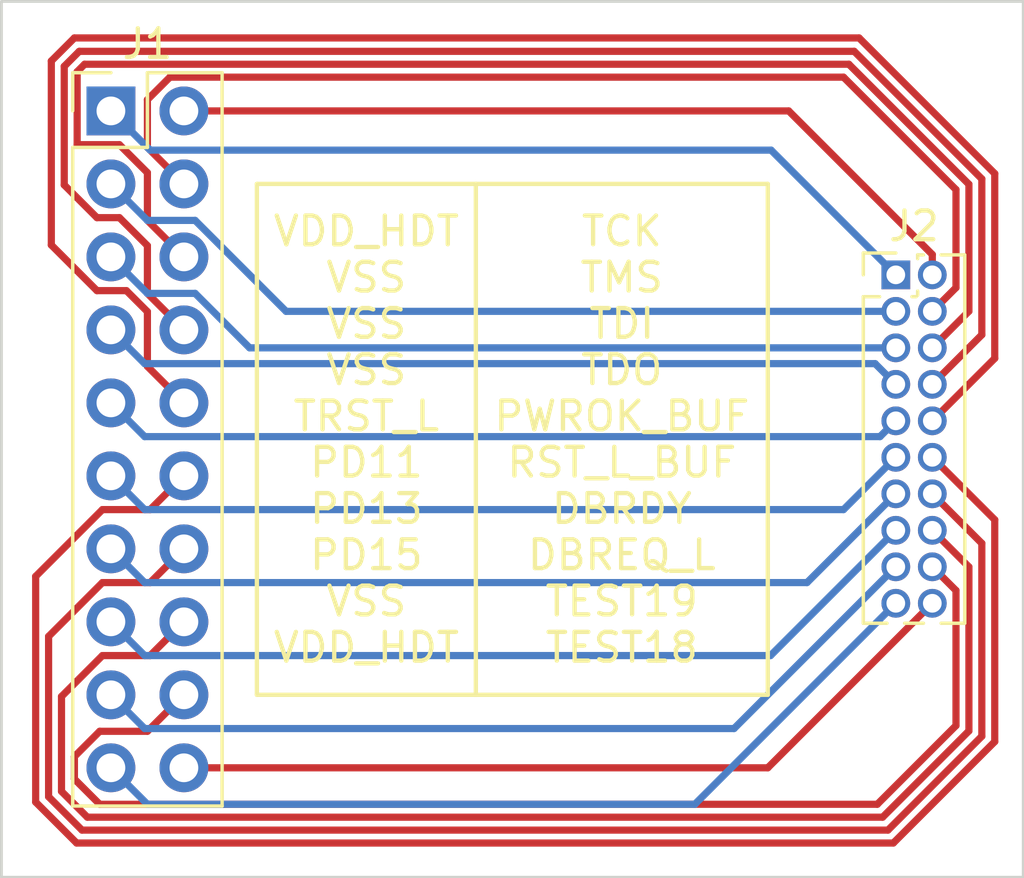
<source format=kicad_pcb>
(kicad_pcb (version 20211014) (generator pcbnew)
  (layers (0 "F.Cu" signal) (31 "B.Cu" signal) (34 "B.Paste" user) (35 "F.Paste" user) (36 "B.SilkS" user "B.Silkscreen") (37 "F.SilkS" user "F.Silkscreen") (38 "B.Mask" user) (39 "F.Mask" user) (44 "Edge.Cuts" user))
  (net 0 "")
  (net 1 "Net-(J1-Pad1)")
  (net 2 "Net-(J1-Pad2)")
  (net 3 "Net-(J1-Pad3)")
  (net 4 "Net-(J1-Pad4)")
  (net 5 "Net-(J1-Pad5)")
  (net 6 "Net-(J1-Pad6)")
  (net 7 "Net-(J1-Pad7)")
  (net 8 "Net-(J1-Pad8)")
  (net 9 "Net-(J1-Pad9)")
  (net 10 "Net-(J1-Pad10)")
  (net 11 "Net-(J1-Pad11)")
  (net 12 "Net-(J1-Pad12)")
  (net 13 "Net-(J1-Pad13)")
  (net 14 "Net-(J1-Pad14)")
  (net 15 "Net-(J1-Pad15)")
  (net 16 "Net-(J1-Pad16)")
  (net 17 "Net-(J1-Pad17)")
  (net 18 "Net-(J1-Pad18)")
  (net 19 "Net-(J1-Pad19)")
  (net 20 "Net-(J1-Pad20)")
  (footprint "Connector_PinHeader_2.54mm:PinHeader_2x10_P2.54mm_Vertical" (layer "F.Cu") (at 127 96.52)
    (fp_text reference "J1" (at 1.27 -2.33) (layer "F.SilkS"))
    (fp_text value "HDT+")
    (fp_line (start -1.33 1.27) (end 1.27 1.27) (layer "F.SilkS") (width 0.12))
    (fp_line (start 3.87 -1.33) (end 3.87 24.19) (layer "F.SilkS") (width 0.12))
    (fp_line (start -1.33 1.27) (end -1.33 24.19) (layer "F.SilkS") (width 0.12))
    (fp_line (start -1.33 24.19) (end 3.87 24.19) (layer "F.SilkS") (width 0.12))
    (fp_line (start -1.33 -1.33) (end 0 -1.33) (layer "F.SilkS") (width 0.12))
    (fp_line (start 1.27 1.27) (end 1.27 -1.33) (layer "F.SilkS") (width 0.12))
    (fp_line (start 1.27 -1.33) (end 3.87 -1.33) (layer "F.SilkS") (width 0.12))
    (fp_line (start -1.33 0) (end -1.33 -1.33) (layer "F.SilkS") (width 0.12))
    (pad "1" thru_hole rect (at 0 0) (size 1.7 1.7) (drill 1) (layers *.Cu *.Mask) (net 1 "Net-(J1-Pad1)"))
    (pad "2" thru_hole oval (at 2.54 0) (size 1.7 1.7) (drill 1) (layers *.Cu *.Mask) (net 2 "Net-(J1-Pad2)"))
    (pad "3" thru_hole oval (at 0 2.54) (size 1.7 1.7) (drill 1) (layers *.Cu *.Mask) (net 3 "Net-(J1-Pad3)"))
    (pad "4" thru_hole oval (at 2.54 2.54) (size 1.7 1.7) (drill 1) (layers *.Cu *.Mask) (net 4 "Net-(J1-Pad4)"))
    (pad "5" thru_hole oval (at 0 5.08) (size 1.7 1.7) (drill 1) (layers *.Cu *.Mask) (net 5 "Net-(J1-Pad5)"))
    (pad "6" thru_hole oval (at 2.54 5.08) (size 1.7 1.7) (drill 1) (layers *.Cu *.Mask) (net 6 "Net-(J1-Pad6)"))
    (pad "7" thru_hole oval (at 0 7.62) (size 1.7 1.7) (drill 1) (layers *.Cu *.Mask) (net 7 "Net-(J1-Pad7)"))
    (pad "8" thru_hole oval (at 2.54 7.62) (size 1.7 1.7) (drill 1) (layers *.Cu *.Mask) (net 8 "Net-(J1-Pad8)"))
    (pad "9" thru_hole oval (at 0 10.16) (size 1.7 1.7) (drill 1) (layers *.Cu *.Mask) (net 9 "Net-(J1-Pad9)"))
    (pad "10" thru_hole oval (at 2.54 10.16) (size 1.7 1.7) (drill 1) (layers *.Cu *.Mask) (net 10 "Net-(J1-Pad10)"))
    (pad "11" thru_hole oval (at 0 12.7) (size 1.7 1.7) (drill 1) (layers *.Cu *.Mask) (net 11 "Net-(J1-Pad11)"))
    (pad "12" thru_hole oval (at 2.54 12.7) (size 1.7 1.7) (drill 1) (layers *.Cu *.Mask) (net 12 "Net-(J1-Pad12)"))
    (pad "13" thru_hole oval (at 0 15.24) (size 1.7 1.7) (drill 1) (layers *.Cu *.Mask) (net 13 "Net-(J1-Pad13)"))
    (pad "14" thru_hole oval (at 2.54 15.24) (size 1.7 1.7) (drill 1) (layers *.Cu *.Mask) (net 14 "Net-(J1-Pad14)"))
    (pad "15" thru_hole oval (at 0 17.78) (size 1.7 1.7) (drill 1) (layers *.Cu *.Mask) (net 15 "Net-(J1-Pad15)"))
    (pad "16" thru_hole oval (at 2.54 17.78) (size 1.7 1.7) (drill 1) (layers *.Cu *.Mask) (net 16 "Net-(J1-Pad16)"))
    (pad "17" thru_hole oval (at 0 20.32) (size 1.7 1.7) (drill 1) (layers *.Cu *.Mask) (net 17 "Net-(J1-Pad17)"))
    (pad "18" thru_hole oval (at 2.54 20.32) (size 1.7 1.7) (drill 1) (layers *.Cu *.Mask) (net 18 "Net-(J1-Pad18)"))
    (pad "19" thru_hole oval (at 0 22.86) (size 1.7 1.7) (drill 1) (layers *.Cu *.Mask) (net 19 "Net-(J1-Pad19)"))
    (pad "20" thru_hole oval (at 2.54 22.86) (size 1.7 1.7) (drill 1) (layers *.Cu *.Mask) (net 20 "Net-(J1-Pad20)"))
  )
  (footprint "Connector_PinHeader_1.27mm:PinHeader_2x10_P1.27mm_Vertical" (layer "F.Cu") (at 154.315 102.225)
    (fp_text reference "J2" (at 0.635 -1.695) (layer "F.SilkS"))
    (fp_text value "HDT+")
    (fp_line (start -1.13 0.76) (end -0.563471 0.76) (layer "F.SilkS") (width 0.12))
    (fp_line (start 0.76 -0.695) (end 0.96247 -0.695) (layer "F.SilkS") (width 0.12))
    (fp_line (start 0.30753 12.125) (end 0.96247 12.125) (layer "F.SilkS") (width 0.12))
    (fp_line (start -1.13 0) (end -1.13 -0.76) (layer "F.SilkS") (width 0.12))
    (fp_line (start -1.13 -0.76) (end 0 -0.76) (layer "F.SilkS") (width 0.12))
    (fp_line (start 2.4 -0.695) (end 2.4 12.125) (layer "F.SilkS") (width 0.12))
    (fp_line (start 1.57753 -0.695) (end 2.4 -0.695) (layer "F.SilkS") (width 0.12))
    (fp_line (start 0.76 -0.563471) (end 0.76 -0.695) (layer "F.SilkS") (width 0.12))
    (fp_line (start -1.13 0.76) (end -1.13 12.125) (layer "F.SilkS") (width 0.12))
    (fp_line (start 0.76 0.706529) (end 0.76 0.563471) (layer "F.SilkS") (width 0.12))
    (fp_line (start -1.13 12.125) (end -0.30753 12.125) (layer "F.SilkS") (width 0.12))
    (fp_line (start 1.57753 12.125) (end 2.4 12.125) (layer "F.SilkS") (width 0.12))
    (fp_line (start 0.563471 0.76) (end 0.706529 0.76) (layer "F.SilkS") (width 0.12))
    (pad "1" thru_hole rect (at 0 0) (size 1 1) (drill 0.65) (layers *.Cu *.Mask) (net 1 "Net-(J1-Pad1)"))
    (pad "2" thru_hole oval (at 1.27 0) (size 1 1) (drill 0.65) (layers *.Cu *.Mask) (net 2 "Net-(J1-Pad2)"))
    (pad "3" thru_hole oval (at 0 1.27) (size 1 1) (drill 0.65) (layers *.Cu *.Mask) (net 3 "Net-(J1-Pad3)"))
    (pad "4" thru_hole oval (at 1.27 1.27) (size 1 1) (drill 0.65) (layers *.Cu *.Mask) (net 4 "Net-(J1-Pad4)"))
    (pad "5" thru_hole oval (at 0 2.54) (size 1 1) (drill 0.65) (layers *.Cu *.Mask) (net 5 "Net-(J1-Pad5)"))
    (pad "6" thru_hole oval (at 1.27 2.54) (size 1 1) (drill 0.65) (layers *.Cu *.Mask) (net 6 "Net-(J1-Pad6)"))
    (pad "7" thru_hole oval (at 0 3.81) (size 1 1) (drill 0.65) (layers *.Cu *.Mask) (net 7 "Net-(J1-Pad7)"))
    (pad "8" thru_hole oval (at 1.27 3.81) (size 1 1) (drill 0.65) (layers *.Cu *.Mask) (net 8 "Net-(J1-Pad8)"))
    (pad "9" thru_hole oval (at 0 5.08) (size 1 1) (drill 0.65) (layers *.Cu *.Mask) (net 9 "Net-(J1-Pad9)"))
    (pad "10" thru_hole oval (at 1.27 5.08) (size 1 1) (drill 0.65) (layers *.Cu *.Mask) (net 10 "Net-(J1-Pad10)"))
    (pad "11" thru_hole oval (at 0 6.35) (size 1 1) (drill 0.65) (layers *.Cu *.Mask) (net 11 "Net-(J1-Pad11)"))
    (pad "12" thru_hole oval (at 1.27 6.35) (size 1 1) (drill 0.65) (layers *.Cu *.Mask) (net 12 "Net-(J1-Pad12)"))
    (pad "13" thru_hole oval (at 0 7.62) (size 1 1) (drill 0.65) (layers *.Cu *.Mask) (net 13 "Net-(J1-Pad13)"))
    (pad "14" thru_hole oval (at 1.27 7.62) (size 1 1) (drill 0.65) (layers *.Cu *.Mask) (net 14 "Net-(J1-Pad14)"))
    (pad "15" thru_hole oval (at 0 8.89) (size 1 1) (drill 0.65) (layers *.Cu *.Mask) (net 15 "Net-(J1-Pad15)"))
    (pad "16" thru_hole oval (at 1.27 8.89) (size 1 1) (drill 0.65) (layers *.Cu *.Mask) (net 16 "Net-(J1-Pad16)"))
    (pad "17" thru_hole oval (at 0 10.16) (size 1 1) (drill 0.65) (layers *.Cu *.Mask) (net 17 "Net-(J1-Pad17)"))
    (pad "18" thru_hole oval (at 1.27 10.16) (size 1 1) (drill 0.65) (layers *.Cu *.Mask) (net 18 "Net-(J1-Pad18)"))
    (pad "19" thru_hole oval (at 0 11.43) (size 1 1) (drill 0.65) (layers *.Cu *.Mask) (net 19 "Net-(J1-Pad19)"))
    (pad "20" thru_hole oval (at 1.27 11.43) (size 1 1) (drill 0.65) (layers *.Cu *.Mask) (net 20 "Net-(J1-Pad20)"))
  )
  (gr_line (start 149.86 116.84) (end 132.08 116.84) (layer "F.SilkS") (width 0.15))
  (gr_line (start 139.7 99.06) (end 139.7 116.84) (layer "F.SilkS") (width 0.15))
  (gr_line (start 132.08 99.06) (end 149.86 99.06) (layer "F.SilkS") (width 0.15))
  (gr_line (start 132.08 116.84) (end 132.08 99.06) (layer "F.SilkS") (width 0.15))
  (gr_line (start 149.86 99.06) (end 149.86 116.84) (layer "F.SilkS") (width 0.15))
  (gr_rect (start 123.19 92.71) (end 158.75 123.19) (layer "Edge.Cuts") (width 0.1) (fill none))
  (gr_text "VDD_HDT\nVSS\nVSS\nVSS\nTRST_L\nPD11\nPD13\nPD15\nVSS\nVDD_HDT" (at 135.89 107.95) (layer "F.SilkS") (effects (font (size 1 1))))
  (gr_text "TCK\nTMS\nTDI\nTDO\nPWROK_BUF\nRST_L_BUF\nDBRDY\nDBREQ_L\nTEST19\nTEST18" (at 144.78 107.95) (layer "F.SilkS") (effects (font (size 1 1))))
  (segment (start 154.315 102.225) (end 149.975489 97.885489) (width 0.25) (layer "B.Cu") (net 1))
  (segment (start 149.975489 97.885489) (end 128.365489 97.885489) (width 0.25) (layer "B.Cu") (net 1))
  (segment (start 128.365489 97.885489) (end 127 96.52) (width 0.25) (layer "B.Cu") (net 1))
  (segment (start 155.585 101.517894) (end 150.587106 96.52) (width 0.25) (layer "F.Cu") (net 2))
  (segment (start 155.585 102.225) (end 155.585 101.517894) (width 0.25) (layer "F.Cu") (net 2))
  (segment (start 150.587106 96.52) (end 129.54 96.52) (width 0.25) (layer "F.Cu") (net 2))
  (segment (start 128.27 100.33) (end 127 99.06) (width 0.25) (layer "B.Cu") (net 3))
  (segment (start 133.09601 103.495) (end 129.93101 100.33) (width 0.25) (layer "B.Cu") (net 3))
  (segment (start 154.315 103.495) (end 133.09601 103.495) (width 0.25) (layer "B.Cu") (net 3))
  (segment (start 129.93101 100.33) (end 128.27 100.33) (width 0.25) (layer "B.Cu") (net 3))
  (segment (start 128.27 96.12899) (end 128.27 97.79) (width 0.25) (layer "F.Cu") (net 4))
  (segment (start 152.495489 95.345489) (end 129.053501 95.345489) (width 0.25) (layer "F.Cu") (net 4))
  (segment (start 129.053501 95.345489) (end 128.27 96.12899) (width 0.25) (layer "F.Cu") (net 4))
  (segment (start 128.27 97.79) (end 129.54 99.06) (width 0.25) (layer "F.Cu") (net 4))
  (segment (start 156.409511 102.670489) (end 156.409511 99.259511) (width 0.25) (layer "F.Cu") (net 4))
  (segment (start 156.409511 99.259511) (end 152.495489 95.345489) (width 0.25) (layer "F.Cu") (net 4))
  (segment (start 155.585 103.495) (end 156.409511 102.670489) (width 0.25) (layer "F.Cu") (net 4))
  (segment (start 129.93101 102.87) (end 128.27 102.87) (width 0.25) (layer "B.Cu") (net 5))
  (segment (start 154.315 104.765) (end 131.82601 104.765) (width 0.25) (layer "B.Cu") (net 5))
  (segment (start 131.82601 104.765) (end 129.93101 102.87) (width 0.25) (layer "B.Cu") (net 5))
  (segment (start 128.27 102.87) (end 127 101.6) (width 0.25) (layer "B.Cu") (net 5))
  (segment (start 125.825489 95.154511) (end 125.825489 97.694511) (width 0.25) (layer "F.Cu") (net 6))
  (segment (start 125.825489 97.694511) (end 127.295521 97.694511) (width 0.25) (layer "F.Cu") (net 6))
  (segment (start 156.859031 103.490969) (end 156.859031 99.073314) (width 0.25) (layer "F.Cu") (net 6))
  (segment (start 126.084031 94.895969) (end 125.825489 95.154511) (width 0.25) (layer "F.Cu") (net 6))
  (segment (start 155.585 104.765) (end 156.859031 103.490969) (width 0.25) (layer "F.Cu") (net 6))
  (segment (start 152.681686 94.895969) (end 126.084031 94.895969) (width 0.25) (layer "F.Cu") (net 6))
  (segment (start 128.27 98.66899) (end 128.27 100.33) (width 0.25) (layer "F.Cu") (net 6))
  (segment (start 127.295521 97.694511) (end 128.27 98.66899) (width 0.25) (layer "F.Cu") (net 6))
  (segment (start 156.859031 99.073314) (end 152.681686 94.895969) (width 0.25) (layer "F.Cu") (net 6))
  (segment (start 128.27 100.33) (end 129.54 101.6) (width 0.25) (layer "F.Cu") (net 6))
  (segment (start 154.315 106.035) (end 153.594511 105.314511) (width 0.25) (layer "B.Cu") (net 7))
  (segment (start 153.594511 105.314511) (end 128.174511 105.314511) (width 0.25) (layer "B.Cu") (net 7))
  (segment (start 128.174511 105.314511) (end 127 104.14) (width 0.25) (layer "B.Cu") (net 7))
  (segment (start 126.513501 100.234511) (end 127.295521 100.234511) (width 0.25) (layer "F.Cu") (net 8))
  (segment (start 155.585 106.035) (end 157.308551 104.311449) (width 0.25) (layer "F.Cu") (net 8))
  (segment (start 125.375969 99.096979) (end 126.513501 100.234511) (width 0.25) (layer "F.Cu") (net 8))
  (segment (start 127.295521 100.234511) (end 128.27 101.20899) (width 0.25) (layer "F.Cu") (net 8))
  (segment (start 157.308551 104.311449) (end 157.308551 98.887117) (width 0.25) (layer "F.Cu") (net 8))
  (segment (start 125.897833 94.446449) (end 125.375969 94.968314) (width 0.25) (layer "F.Cu") (net 8))
  (segment (start 128.27 101.20899) (end 128.27 102.87) (width 0.25) (layer "F.Cu") (net 8))
  (segment (start 157.308551 98.887117) (end 152.867883 94.446449) (width 0.25) (layer "F.Cu") (net 8))
  (segment (start 128.27 102.87) (end 129.54 104.14) (width 0.25) (layer "F.Cu") (net 8))
  (segment (start 152.867883 94.446449) (end 125.897833 94.446449) (width 0.25) (layer "F.Cu") (net 8))
  (segment (start 125.375969 94.968314) (end 125.375969 99.096979) (width 0.25) (layer "F.Cu") (net 8))
  (segment (start 153.765489 107.854511) (end 128.174511 107.854511) (width 0.25) (layer "B.Cu") (net 9))
  (segment (start 128.174511 107.854511) (end 127 106.68) (width 0.25) (layer "B.Cu") (net 9))
  (segment (start 154.315 107.305) (end 153.765489 107.854511) (width 0.25) (layer "B.Cu") (net 9))
  (segment (start 125.728566 93.98) (end 124.926449 94.782117) (width 0.25) (layer "F.Cu") (net 10))
  (segment (start 128.27 105.41) (end 129.54 106.68) (width 0.25) (layer "F.Cu") (net 10))
  (segment (start 126.513501 102.774511) (end 127.538794 102.774511) (width 0.25) (layer "F.Cu") (net 10))
  (segment (start 157.758071 98.700919) (end 153.037152 93.98) (width 0.25) (layer "F.Cu") (net 10))
  (segment (start 127.538794 102.774511) (end 128.27 103.505717) (width 0.25) (layer "F.Cu") (net 10))
  (segment (start 155.585 107.305) (end 157.758071 105.131929) (width 0.25) (layer "F.Cu") (net 10))
  (segment (start 157.758071 105.131929) (end 157.758071 98.700919) (width 0.25) (layer "F.Cu") (net 10))
  (segment (start 153.037152 93.98) (end 125.728566 93.98) (width 0.25) (layer "F.Cu") (net 10))
  (segment (start 124.926449 94.782117) (end 124.926449 101.187459) (width 0.25) (layer "F.Cu") (net 10))
  (segment (start 124.926449 101.187459) (end 126.513501 102.774511) (width 0.25) (layer "F.Cu") (net 10))
  (segment (start 128.27 103.505717) (end 128.27 105.41) (width 0.25) (layer "F.Cu") (net 10))
  (segment (start 152.495489 110.394511) (end 128.174511 110.394511) (width 0.25) (layer "B.Cu") (net 11))
  (segment (start 128.174511 110.394511) (end 127 109.22) (width 0.25) (layer "B.Cu") (net 11))
  (segment (start 154.315 108.575) (end 152.495489 110.394511) (width 0.25) (layer "B.Cu") (net 11))
  (segment (start 154.228592 121.99856) (end 125.807126 121.99856) (width 0.25) (layer "F.Cu") (net 12))
  (segment (start 126.704479 110.394511) (end 128.365489 110.394511) (width 0.25) (layer "F.Cu") (net 12))
  (segment (start 157.758071 118.469081) (end 154.228592 121.99856) (width 0.25) (layer "F.Cu") (net 12))
  (segment (start 125.807126 121.99856) (end 124.38144 120.572874) (width 0.25) (layer "F.Cu") (net 12))
  (segment (start 124.38144 120.572874) (end 124.38144 112.71755) (width 0.25) (layer "F.Cu") (net 12))
  (segment (start 157.758071 110.748071) (end 157.758071 118.469081) (width 0.25) (layer "F.Cu") (net 12))
  (segment (start 128.365489 110.394511) (end 129.54 109.22) (width 0.25) (layer "F.Cu") (net 12))
  (segment (start 124.38144 112.71755) (end 126.704479 110.394511) (width 0.25) (layer "F.Cu") (net 12))
  (segment (start 155.585 108.575) (end 157.758071 110.748071) (width 0.25) (layer "F.Cu") (net 12))
  (segment (start 128.174511 112.934511) (end 127 111.76) (width 0.25) (layer "B.Cu") (net 13))
  (segment (start 151.225489 112.934511) (end 128.174511 112.934511) (width 0.25) (layer "B.Cu") (net 13))
  (segment (start 154.315 109.845) (end 151.225489 112.934511) (width 0.25) (layer "B.Cu") (net 13))
  (segment (start 124.83096 114.80803) (end 126.704479 112.934511) (width 0.25) (layer "F.Cu") (net 14))
  (segment (start 125.993322 121.54904) (end 124.83096 120.386677) (width 0.25) (layer "F.Cu") (net 14))
  (segment (start 155.585 109.845) (end 157.308551 111.568551) (width 0.25) (layer "F.Cu") (net 14))
  (segment (start 157.308551 118.282884) (end 154.042395 121.54904) (width 0.25) (layer "F.Cu") (net 14))
  (segment (start 124.83096 120.386677) (end 124.83096 114.80803) (width 0.25) (layer "F.Cu") (net 14))
  (segment (start 157.308551 111.568551) (end 157.308551 118.282884) (width 0.25) (layer "F.Cu") (net 14))
  (segment (start 126.704479 112.934511) (end 128.365489 112.934511) (width 0.25) (layer "F.Cu") (net 14))
  (segment (start 128.365489 112.934511) (end 129.54 111.76) (width 0.25) (layer "F.Cu") (net 14))
  (segment (start 154.042395 121.54904) (end 125.993322 121.54904) (width 0.25) (layer "F.Cu") (net 14))
  (segment (start 128.174511 115.474511) (end 127 114.3) (width 0.25) (layer "B.Cu") (net 15))
  (segment (start 149.955489 115.474511) (end 128.174511 115.474511) (width 0.25) (layer "B.Cu") (net 15))
  (segment (start 154.315 111.115) (end 149.955489 115.474511) (width 0.25) (layer "B.Cu") (net 15))
  (segment (start 128.365489 115.474511) (end 129.54 114.3) (width 0.25) (layer "F.Cu") (net 16))
  (segment (start 125.28048 116.89851) (end 126.704479 115.474511) (width 0.25) (layer "F.Cu") (net 16))
  (segment (start 156.859031 118.096687) (end 153.856198 121.09952) (width 0.25) (layer "F.Cu") (net 16))
  (segment (start 125.28048 120.20048) (end 125.28048 116.89851) (width 0.25) (layer "F.Cu") (net 16))
  (segment (start 126.17952 121.09952) (end 125.28048 120.20048) (width 0.25) (layer "F.Cu") (net 16))
  (segment (start 155.585 111.115) (end 156.859031 112.389031) (width 0.25) (layer "F.Cu") (net 16))
  (segment (start 156.859031 112.389031) (end 156.859031 118.096687) (width 0.25) (layer "F.Cu") (net 16))
  (segment (start 153.856198 121.09952) (end 126.17952 121.09952) (width 0.25) (layer "F.Cu") (net 16))
  (segment (start 126.704479 115.474511) (end 128.365489 115.474511) (width 0.25) (layer "F.Cu") (net 16))
  (segment (start 154.315 112.385) (end 148.685489 118.014511) (width 0.25) (layer "B.Cu") (net 17))
  (segment (start 128.174511 118.014511) (end 127 116.84) (width 0.25) (layer "B.Cu") (net 17))
  (segment (start 148.685489 118.014511) (end 128.174511 118.014511) (width 0.25) (layer "B.Cu") (net 17))
  (segment (start 153.67 120.65) (end 126.60899 120.65) (width 0.25) (layer "F.Cu") (net 18))
  (segment (start 156.409511 117.910489) (end 153.67 120.65) (width 0.25) (layer "F.Cu") (net 18))
  (segment (start 128.27 118.11) (end 129.54 116.84) (width 0.25) (layer "F.Cu") (net 18))
  (segment (start 126.60899 118.11) (end 128.27 118.11) (width 0.25) (layer "F.Cu") (net 18))
  (segment (start 155.585 112.385) (end 156.409511 113.209511) (width 0.25) (layer "F.Cu") (net 18))
  (segment (start 125.73 119.77101) (end 125.73 118.98899) (width 0.25) (layer "F.Cu") (net 18))
  (segment (start 126.60899 120.65) (end 125.73 119.77101) (width 0.25) (layer "F.Cu") (net 18))
  (segment (start 125.73 118.98899) (end 126.60899 118.11) (width 0.25) (layer "F.Cu") (net 18))
  (segment (start 156.409511 113.209511) (end 156.409511 117.910489) (width 0.25) (layer "F.Cu") (net 18))
  (segment (start 154.315 113.655) (end 147.32 120.65) (width 0.25) (layer "B.Cu") (net 19))
  (segment (start 128.27 120.65) (end 127 119.38) (width 0.25) (layer "B.Cu") (net 19))
  (segment (start 147.32 120.65) (end 128.27 120.65) (width 0.25) (layer "B.Cu") (net 19))
  (segment (start 155.585 113.655) (end 149.86 119.38) (width 0.25) (layer "F.Cu") (net 20))
  (segment (start 149.86 119.38) (end 129.54 119.38) (width 0.25) (layer "F.Cu") (net 20))
)
</source>
